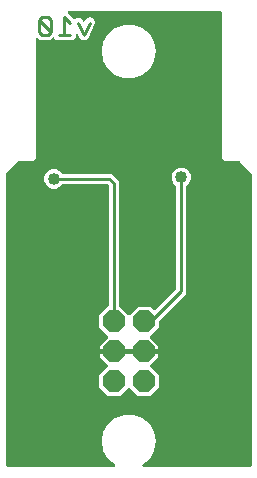
<source format=gbr>
G04 EAGLE Gerber RS-274X export*
G75*
%MOMM*%
%FSLAX34Y34*%
%LPD*%
%INBottom Copper*%
%IPPOS*%
%AMOC8*
5,1,8,0,0,1.08239X$1,22.5*%
G01*
%ADD10C,0.279400*%
%ADD11P,2.034460X8X292.500000*%
%ADD12C,1.016000*%
%ADD13C,0.254000*%

G36*
X95490Y4075D02*
X95490Y4075D01*
X95564Y4075D01*
X95630Y4095D01*
X95699Y4105D01*
X95766Y4135D01*
X95836Y4155D01*
X95895Y4192D01*
X95958Y4221D01*
X96014Y4268D01*
X96076Y4308D01*
X96122Y4360D01*
X96175Y4404D01*
X96216Y4466D01*
X96265Y4521D01*
X96294Y4583D01*
X96333Y4641D01*
X96355Y4711D01*
X96386Y4778D01*
X96398Y4846D01*
X96418Y4912D01*
X96420Y4986D01*
X96432Y5058D01*
X96424Y5127D01*
X96426Y5196D01*
X96407Y5267D01*
X96398Y5341D01*
X96371Y5404D01*
X96354Y5471D01*
X96316Y5535D01*
X96288Y5602D01*
X96249Y5647D01*
X96209Y5716D01*
X96119Y5800D01*
X96070Y5858D01*
X90365Y10644D01*
X86379Y17549D01*
X84995Y25400D01*
X86379Y33251D01*
X90365Y40155D01*
X96472Y45280D01*
X103964Y48007D01*
X111936Y48007D01*
X119428Y45280D01*
X125535Y40156D01*
X129521Y33251D01*
X130905Y25400D01*
X129521Y17549D01*
X125535Y10645D01*
X119830Y5858D01*
X119781Y5803D01*
X119725Y5755D01*
X119686Y5698D01*
X119640Y5646D01*
X119608Y5580D01*
X119567Y5519D01*
X119546Y5453D01*
X119516Y5390D01*
X119504Y5318D01*
X119482Y5248D01*
X119480Y5179D01*
X119468Y5110D01*
X119476Y5037D01*
X119474Y4964D01*
X119492Y4897D01*
X119499Y4828D01*
X119527Y4760D01*
X119546Y4689D01*
X119581Y4629D01*
X119608Y4565D01*
X119654Y4507D01*
X119691Y4444D01*
X119742Y4397D01*
X119785Y4343D01*
X119845Y4300D01*
X119899Y4250D01*
X119960Y4218D01*
X120017Y4178D01*
X120086Y4154D01*
X120152Y4120D01*
X120210Y4110D01*
X120285Y4084D01*
X120407Y4077D01*
X120483Y4065D01*
X210820Y4065D01*
X210878Y4073D01*
X210936Y4071D01*
X211018Y4093D01*
X211102Y4105D01*
X211155Y4128D01*
X211211Y4143D01*
X211284Y4186D01*
X211361Y4221D01*
X211406Y4259D01*
X211456Y4288D01*
X211514Y4350D01*
X211578Y4404D01*
X211610Y4453D01*
X211650Y4496D01*
X211689Y4571D01*
X211736Y4641D01*
X211753Y4697D01*
X211780Y4749D01*
X211791Y4817D01*
X211821Y4912D01*
X211824Y5012D01*
X211835Y5080D01*
X211835Y251896D01*
X211823Y251982D01*
X211820Y252070D01*
X211803Y252122D01*
X211795Y252177D01*
X211760Y252257D01*
X211733Y252340D01*
X211705Y252380D01*
X211679Y252437D01*
X211583Y252550D01*
X211538Y252614D01*
X201814Y262338D01*
X201744Y262390D01*
X201680Y262450D01*
X201631Y262476D01*
X201586Y262509D01*
X201505Y262540D01*
X201427Y262580D01*
X201379Y262588D01*
X201321Y262610D01*
X201173Y262622D01*
X201096Y262635D01*
X188816Y262635D01*
X186435Y265016D01*
X186435Y388620D01*
X186427Y388678D01*
X186429Y388736D01*
X186407Y388818D01*
X186395Y388902D01*
X186372Y388955D01*
X186357Y389011D01*
X186314Y389084D01*
X186279Y389161D01*
X186241Y389206D01*
X186212Y389256D01*
X186150Y389314D01*
X186096Y389378D01*
X186047Y389410D01*
X186004Y389450D01*
X185929Y389489D01*
X185859Y389536D01*
X185803Y389553D01*
X185751Y389580D01*
X185683Y389591D01*
X185588Y389621D01*
X185488Y389624D01*
X185420Y389635D01*
X57231Y389635D01*
X57202Y389631D01*
X57172Y389634D01*
X57061Y389611D01*
X56949Y389595D01*
X56922Y389583D01*
X56894Y389578D01*
X56793Y389526D01*
X56690Y389479D01*
X56667Y389460D01*
X56641Y389447D01*
X56559Y389369D01*
X56473Y389296D01*
X56456Y389271D01*
X56435Y389251D01*
X56378Y389153D01*
X56315Y389059D01*
X56306Y389031D01*
X56291Y389006D01*
X56264Y388896D01*
X56229Y388788D01*
X56229Y388758D01*
X56221Y388730D01*
X56225Y388617D01*
X56222Y388504D01*
X56229Y388475D01*
X56230Y388446D01*
X56265Y388338D01*
X56294Y388229D01*
X56309Y388203D01*
X56318Y388175D01*
X56363Y388112D01*
X56439Y387984D01*
X56485Y387941D01*
X56513Y387902D01*
X60916Y383499D01*
X60946Y383476D01*
X60971Y383448D01*
X61059Y383391D01*
X61143Y383328D01*
X61178Y383315D01*
X61210Y383294D01*
X61311Y383264D01*
X61409Y383227D01*
X61446Y383224D01*
X61483Y383213D01*
X61588Y383212D01*
X61692Y383203D01*
X61729Y383211D01*
X61767Y383210D01*
X61842Y383233D01*
X61971Y383259D01*
X62035Y383293D01*
X62088Y383309D01*
X64463Y384496D01*
X67957Y383331D01*
X68895Y381454D01*
X68952Y381372D01*
X69001Y381286D01*
X69032Y381256D01*
X69057Y381220D01*
X69134Y381157D01*
X69206Y381088D01*
X69243Y381067D01*
X69277Y381040D01*
X69369Y381001D01*
X69456Y380954D01*
X69499Y380945D01*
X69538Y380928D01*
X69637Y380916D01*
X69735Y380895D01*
X69777Y380898D01*
X69820Y380893D01*
X69919Y380909D01*
X70018Y380916D01*
X70059Y380931D01*
X70101Y380937D01*
X70191Y380980D01*
X70285Y381014D01*
X70319Y381040D01*
X70359Y381058D01*
X70433Y381124D01*
X70514Y381183D01*
X70536Y381214D01*
X70572Y381245D01*
X70670Y381397D01*
X70711Y381454D01*
X71650Y383331D01*
X75144Y384496D01*
X78438Y382849D01*
X79603Y379355D01*
X73953Y368056D01*
X73927Y367977D01*
X73898Y367923D01*
X73439Y366544D01*
X73420Y366535D01*
X73407Y366526D01*
X73392Y366520D01*
X73290Y366445D01*
X73186Y366373D01*
X73176Y366361D01*
X73163Y366352D01*
X73123Y366296D01*
X73006Y366153D01*
X72987Y366110D01*
X72966Y366081D01*
X72956Y366062D01*
X71578Y365602D01*
X71503Y365565D01*
X71445Y365547D01*
X70145Y364897D01*
X70124Y364904D01*
X70109Y364907D01*
X70095Y364913D01*
X69970Y364932D01*
X69845Y364955D01*
X69829Y364953D01*
X69814Y364956D01*
X69746Y364945D01*
X69562Y364927D01*
X69519Y364910D01*
X69482Y364904D01*
X69462Y364897D01*
X68162Y365547D01*
X68083Y365574D01*
X68029Y365602D01*
X66651Y366062D01*
X66641Y366081D01*
X66632Y366093D01*
X66627Y366108D01*
X66552Y366210D01*
X66480Y366315D01*
X66468Y366325D01*
X66458Y366337D01*
X66403Y366377D01*
X66260Y366495D01*
X66217Y366513D01*
X66187Y366535D01*
X66168Y366544D01*
X65709Y367923D01*
X65671Y367998D01*
X65653Y368056D01*
X64800Y369762D01*
X64772Y369803D01*
X64752Y369849D01*
X64692Y369920D01*
X64639Y369996D01*
X64600Y370028D01*
X64568Y370066D01*
X64491Y370117D01*
X64419Y370176D01*
X64373Y370196D01*
X64331Y370223D01*
X64243Y370251D01*
X64158Y370288D01*
X64108Y370294D01*
X64060Y370309D01*
X63968Y370312D01*
X63876Y370323D01*
X63826Y370315D01*
X63776Y370316D01*
X63686Y370293D01*
X63595Y370279D01*
X63549Y370257D01*
X63501Y370245D01*
X63421Y370197D01*
X63337Y370158D01*
X63300Y370125D01*
X63257Y370099D01*
X63193Y370032D01*
X63123Y369971D01*
X63096Y369929D01*
X63062Y369892D01*
X63020Y369810D01*
X62970Y369732D01*
X62955Y369683D01*
X62933Y369639D01*
X62921Y369566D01*
X62888Y369459D01*
X62888Y369371D01*
X62877Y369308D01*
X62877Y367855D01*
X60273Y365251D01*
X46591Y365251D01*
X44714Y367128D01*
X44667Y367163D01*
X44627Y367206D01*
X44554Y367248D01*
X44487Y367299D01*
X44432Y367320D01*
X44382Y367349D01*
X44300Y367370D01*
X44221Y367400D01*
X44163Y367405D01*
X44106Y367419D01*
X44022Y367417D01*
X43938Y367424D01*
X43881Y367412D01*
X43822Y367410D01*
X43742Y367384D01*
X43659Y367368D01*
X43607Y367341D01*
X43552Y367323D01*
X43495Y367283D01*
X43407Y367237D01*
X43335Y367168D01*
X43278Y367128D01*
X41402Y365251D01*
X32719Y365251D01*
X31198Y366772D01*
X31174Y366790D01*
X31155Y366812D01*
X31061Y366875D01*
X30971Y366943D01*
X30943Y366954D01*
X30919Y366970D01*
X30811Y367004D01*
X30705Y367045D01*
X30676Y367047D01*
X30648Y367056D01*
X30534Y367059D01*
X30422Y367068D01*
X30393Y367062D01*
X30364Y367063D01*
X30254Y367034D01*
X30143Y367012D01*
X30117Y366999D01*
X30089Y366991D01*
X29991Y366933D01*
X29891Y366881D01*
X29869Y366861D01*
X29844Y366846D01*
X29767Y366763D01*
X29685Y366685D01*
X29670Y366660D01*
X29650Y366639D01*
X29598Y366538D01*
X29541Y366440D01*
X29534Y366412D01*
X29520Y366386D01*
X29507Y366308D01*
X29471Y366165D01*
X29473Y366102D01*
X29465Y366055D01*
X29465Y265016D01*
X27084Y262635D01*
X14804Y262635D01*
X14718Y262623D01*
X14630Y262620D01*
X14578Y262603D01*
X14523Y262595D01*
X14443Y262560D01*
X14360Y262533D01*
X14320Y262505D01*
X14263Y262479D01*
X14150Y262383D01*
X14086Y262338D01*
X4362Y252614D01*
X4310Y252544D01*
X4250Y252480D01*
X4224Y252431D01*
X4191Y252386D01*
X4160Y252305D01*
X4120Y252227D01*
X4112Y252179D01*
X4090Y252121D01*
X4078Y251973D01*
X4065Y251896D01*
X4065Y5080D01*
X4073Y5022D01*
X4071Y4964D01*
X4093Y4882D01*
X4105Y4798D01*
X4128Y4745D01*
X4143Y4689D01*
X4186Y4616D01*
X4221Y4539D01*
X4259Y4494D01*
X4288Y4444D01*
X4350Y4386D01*
X4404Y4322D01*
X4453Y4290D01*
X4496Y4250D01*
X4571Y4211D01*
X4641Y4164D01*
X4697Y4147D01*
X4749Y4120D01*
X4817Y4109D01*
X4912Y4079D01*
X5012Y4076D01*
X5080Y4065D01*
X95417Y4065D01*
X95490Y4075D01*
G37*
%LPC*%
G36*
X90094Y63753D02*
X90094Y63753D01*
X82803Y71044D01*
X82803Y81356D01*
X89989Y88541D01*
X90024Y88588D01*
X90067Y88628D01*
X90109Y88701D01*
X90160Y88769D01*
X90181Y88823D01*
X90210Y88874D01*
X90231Y88955D01*
X90261Y89034D01*
X90266Y89093D01*
X90280Y89149D01*
X90278Y89233D01*
X90285Y89318D01*
X90273Y89375D01*
X90271Y89433D01*
X90245Y89514D01*
X90229Y89596D01*
X90202Y89648D01*
X90184Y89704D01*
X90144Y89760D01*
X90098Y89849D01*
X90029Y89921D01*
X89989Y89977D01*
X83311Y96655D01*
X83311Y99569D01*
X94234Y99569D01*
X94292Y99577D01*
X94350Y99575D01*
X94432Y99597D01*
X94515Y99609D01*
X94569Y99633D01*
X94625Y99647D01*
X94698Y99690D01*
X94775Y99725D01*
X94819Y99763D01*
X94870Y99793D01*
X94927Y99854D01*
X94992Y99909D01*
X95024Y99957D01*
X95064Y100000D01*
X95103Y100075D01*
X95149Y100145D01*
X95167Y100201D01*
X95194Y100253D01*
X95205Y100321D01*
X95235Y100416D01*
X95238Y100516D01*
X95249Y100584D01*
X95249Y102616D01*
X95241Y102674D01*
X95242Y102732D01*
X95221Y102814D01*
X95209Y102897D01*
X95185Y102951D01*
X95171Y103007D01*
X95128Y103080D01*
X95093Y103157D01*
X95055Y103202D01*
X95025Y103252D01*
X94964Y103310D01*
X94909Y103374D01*
X94861Y103406D01*
X94818Y103446D01*
X94743Y103485D01*
X94673Y103531D01*
X94617Y103549D01*
X94565Y103576D01*
X94497Y103587D01*
X94402Y103617D01*
X94302Y103620D01*
X94234Y103631D01*
X83311Y103631D01*
X83311Y106545D01*
X89989Y113223D01*
X90024Y113270D01*
X90067Y113310D01*
X90109Y113383D01*
X90160Y113450D01*
X90181Y113505D01*
X90210Y113555D01*
X90231Y113637D01*
X90261Y113716D01*
X90266Y113774D01*
X90280Y113831D01*
X90278Y113915D01*
X90285Y113999D01*
X90273Y114056D01*
X90271Y114115D01*
X90245Y114195D01*
X90229Y114278D01*
X90202Y114330D01*
X90184Y114385D01*
X90144Y114442D01*
X90098Y114530D01*
X90029Y114602D01*
X89989Y114659D01*
X82803Y121844D01*
X82803Y132156D01*
X90124Y139476D01*
X90198Y139487D01*
X90251Y139510D01*
X90307Y139525D01*
X90380Y139568D01*
X90457Y139603D01*
X90502Y139641D01*
X90552Y139670D01*
X90610Y139732D01*
X90674Y139786D01*
X90706Y139835D01*
X90746Y139878D01*
X90785Y139953D01*
X90832Y140023D01*
X90849Y140079D01*
X90876Y140131D01*
X90887Y140199D01*
X90917Y140294D01*
X90920Y140394D01*
X90931Y140462D01*
X90931Y241631D01*
X90921Y241705D01*
X90922Y241750D01*
X90917Y241767D01*
X90916Y241805D01*
X90899Y241857D01*
X90891Y241912D01*
X90863Y241976D01*
X90850Y242025D01*
X90839Y242043D01*
X90829Y242075D01*
X90801Y242114D01*
X90775Y242171D01*
X90734Y242220D01*
X90705Y242269D01*
X90661Y242310D01*
X90634Y242348D01*
X89948Y243034D01*
X89879Y243086D01*
X89815Y243146D01*
X89765Y243172D01*
X89721Y243205D01*
X89640Y243236D01*
X89562Y243276D01*
X89514Y243284D01*
X89456Y243306D01*
X89308Y243318D01*
X89231Y243331D01*
X52048Y243331D01*
X51961Y243319D01*
X51874Y243316D01*
X51821Y243299D01*
X51766Y243291D01*
X51686Y243256D01*
X51603Y243229D01*
X51564Y243201D01*
X51507Y243175D01*
X51393Y243079D01*
X51330Y243034D01*
X49055Y240759D01*
X46067Y239521D01*
X42833Y239521D01*
X39845Y240759D01*
X37559Y243045D01*
X36321Y246033D01*
X36321Y249267D01*
X37559Y252255D01*
X39845Y254541D01*
X42833Y255779D01*
X46067Y255779D01*
X49055Y254541D01*
X51330Y252266D01*
X51399Y252214D01*
X51463Y252154D01*
X51513Y252128D01*
X51557Y252095D01*
X51639Y252064D01*
X51717Y252024D01*
X51764Y252016D01*
X51823Y251994D01*
X51970Y251982D01*
X52048Y251969D01*
X93229Y251969D01*
X99569Y245629D01*
X99569Y140462D01*
X99577Y140404D01*
X99575Y140346D01*
X99597Y140264D01*
X99609Y140180D01*
X99632Y140127D01*
X99647Y140071D01*
X99690Y139998D01*
X99725Y139921D01*
X99763Y139876D01*
X99792Y139826D01*
X99854Y139768D01*
X99908Y139704D01*
X99957Y139672D01*
X100000Y139632D01*
X100075Y139593D01*
X100145Y139546D01*
X100201Y139529D01*
X100253Y139502D01*
X100321Y139491D01*
X100380Y139472D01*
X107232Y132620D01*
X107279Y132585D01*
X107319Y132543D01*
X107392Y132500D01*
X107459Y132449D01*
X107514Y132429D01*
X107564Y132399D01*
X107646Y132378D01*
X107725Y132348D01*
X107783Y132343D01*
X107840Y132329D01*
X107924Y132332D01*
X108008Y132325D01*
X108066Y132336D01*
X108124Y132338D01*
X108204Y132364D01*
X108287Y132380D01*
X108339Y132407D01*
X108395Y132425D01*
X108451Y132465D01*
X108539Y132511D01*
X108612Y132580D01*
X108668Y132620D01*
X115494Y139447D01*
X125806Y139447D01*
X128854Y136398D01*
X128901Y136363D01*
X128941Y136320D01*
X129014Y136278D01*
X129082Y136227D01*
X129136Y136206D01*
X129187Y136177D01*
X129268Y136156D01*
X129347Y136126D01*
X129406Y136121D01*
X129462Y136106D01*
X129547Y136109D01*
X129631Y136102D01*
X129688Y136114D01*
X129746Y136116D01*
X129827Y136141D01*
X129909Y136158D01*
X129961Y136185D01*
X130017Y136203D01*
X130073Y136243D01*
X130162Y136289D01*
X130234Y136358D01*
X130290Y136398D01*
X147784Y153892D01*
X147836Y153961D01*
X147896Y154025D01*
X147922Y154075D01*
X147955Y154119D01*
X147986Y154200D01*
X148026Y154278D01*
X148034Y154326D01*
X148056Y154384D01*
X148068Y154532D01*
X148081Y154609D01*
X148081Y241322D01*
X148069Y241409D01*
X148066Y241496D01*
X148049Y241549D01*
X148041Y241604D01*
X148006Y241684D01*
X147979Y241767D01*
X147951Y241806D01*
X147925Y241863D01*
X147829Y241977D01*
X147784Y242040D01*
X145509Y244315D01*
X144271Y247303D01*
X144271Y250537D01*
X145509Y253525D01*
X147795Y255811D01*
X150783Y257049D01*
X154017Y257049D01*
X157005Y255811D01*
X159291Y253525D01*
X160529Y250537D01*
X160529Y247303D01*
X159291Y244315D01*
X157016Y242040D01*
X156964Y241971D01*
X156904Y241907D01*
X156878Y241857D01*
X156845Y241813D01*
X156814Y241731D01*
X156774Y241653D01*
X156766Y241606D01*
X156744Y241547D01*
X156732Y241400D01*
X156719Y241322D01*
X156719Y150611D01*
X133394Y127286D01*
X133342Y127217D01*
X133282Y127153D01*
X133256Y127103D01*
X133223Y127059D01*
X133192Y126978D01*
X133152Y126900D01*
X133144Y126852D01*
X133122Y126794D01*
X133110Y126646D01*
X133097Y126569D01*
X133097Y121844D01*
X125911Y114659D01*
X125876Y114612D01*
X125833Y114572D01*
X125791Y114499D01*
X125740Y114432D01*
X125719Y114377D01*
X125690Y114326D01*
X125669Y114245D01*
X125639Y114166D01*
X125634Y114107D01*
X125620Y114051D01*
X125622Y113967D01*
X125615Y113883D01*
X125627Y113825D01*
X125629Y113767D01*
X125655Y113687D01*
X125671Y113604D01*
X125698Y113552D01*
X125716Y113496D01*
X125756Y113440D01*
X125802Y113351D01*
X125871Y113279D01*
X125911Y113223D01*
X132589Y106545D01*
X132589Y103631D01*
X121666Y103631D01*
X121608Y103623D01*
X121550Y103625D01*
X121468Y103603D01*
X121385Y103591D01*
X121331Y103567D01*
X121275Y103553D01*
X121202Y103510D01*
X121125Y103475D01*
X121081Y103437D01*
X121030Y103407D01*
X120973Y103346D01*
X120908Y103291D01*
X120876Y103243D01*
X120836Y103200D01*
X120797Y103125D01*
X120751Y103055D01*
X120733Y102999D01*
X120706Y102947D01*
X120695Y102879D01*
X120665Y102784D01*
X120662Y102684D01*
X120651Y102616D01*
X120651Y100584D01*
X120659Y100526D01*
X120658Y100468D01*
X120679Y100386D01*
X120691Y100303D01*
X120715Y100249D01*
X120729Y100193D01*
X120772Y100120D01*
X120807Y100043D01*
X120845Y99998D01*
X120875Y99948D01*
X120936Y99890D01*
X120991Y99826D01*
X121039Y99794D01*
X121082Y99754D01*
X121157Y99715D01*
X121227Y99669D01*
X121283Y99651D01*
X121335Y99624D01*
X121403Y99613D01*
X121498Y99583D01*
X121598Y99580D01*
X121666Y99569D01*
X132589Y99569D01*
X132589Y96655D01*
X125911Y89977D01*
X125876Y89930D01*
X125833Y89890D01*
X125791Y89817D01*
X125740Y89750D01*
X125719Y89695D01*
X125690Y89645D01*
X125669Y89563D01*
X125639Y89484D01*
X125634Y89426D01*
X125620Y89369D01*
X125622Y89285D01*
X125615Y89201D01*
X125627Y89144D01*
X125629Y89085D01*
X125655Y89005D01*
X125671Y88922D01*
X125698Y88870D01*
X125716Y88815D01*
X125756Y88758D01*
X125802Y88670D01*
X125871Y88598D01*
X125911Y88541D01*
X133097Y81356D01*
X133097Y71044D01*
X125806Y63753D01*
X115494Y63753D01*
X108668Y70580D01*
X108621Y70615D01*
X108581Y70657D01*
X108508Y70700D01*
X108441Y70751D01*
X108386Y70771D01*
X108336Y70801D01*
X108254Y70822D01*
X108175Y70852D01*
X108117Y70857D01*
X108060Y70871D01*
X107976Y70868D01*
X107892Y70875D01*
X107834Y70864D01*
X107776Y70862D01*
X107696Y70836D01*
X107613Y70820D01*
X107561Y70793D01*
X107505Y70775D01*
X107449Y70735D01*
X107361Y70689D01*
X107288Y70620D01*
X107232Y70580D01*
X100406Y63753D01*
X90094Y63753D01*
G37*
%LPD*%
%LPC*%
G36*
X103964Y332993D02*
X103964Y332993D01*
X96472Y335720D01*
X90365Y340844D01*
X86379Y347749D01*
X84995Y355600D01*
X86379Y363451D01*
X90365Y370355D01*
X96472Y375480D01*
X103964Y378207D01*
X111936Y378207D01*
X119428Y375480D01*
X125535Y370356D01*
X129521Y363451D01*
X130905Y355600D01*
X129521Y347749D01*
X125535Y340845D01*
X119428Y335720D01*
X111936Y332993D01*
X103964Y332993D01*
G37*
%LPD*%
G36*
X119692Y99577D02*
X119692Y99577D01*
X119750Y99575D01*
X119832Y99597D01*
X119915Y99609D01*
X119969Y99633D01*
X120025Y99647D01*
X120098Y99690D01*
X120175Y99725D01*
X120219Y99763D01*
X120270Y99793D01*
X120327Y99854D01*
X120392Y99909D01*
X120424Y99957D01*
X120464Y100000D01*
X120503Y100075D01*
X120549Y100145D01*
X120567Y100201D01*
X120594Y100253D01*
X120605Y100321D01*
X120635Y100416D01*
X120638Y100516D01*
X120649Y100584D01*
X120649Y102616D01*
X120641Y102674D01*
X120642Y102732D01*
X120621Y102814D01*
X120609Y102897D01*
X120585Y102951D01*
X120571Y103007D01*
X120528Y103080D01*
X120493Y103157D01*
X120455Y103202D01*
X120425Y103252D01*
X120364Y103310D01*
X120309Y103374D01*
X120261Y103406D01*
X120218Y103446D01*
X120143Y103485D01*
X120073Y103531D01*
X120017Y103549D01*
X119965Y103576D01*
X119897Y103587D01*
X119802Y103617D01*
X119702Y103620D01*
X119634Y103631D01*
X96266Y103631D01*
X96208Y103623D01*
X96150Y103625D01*
X96068Y103603D01*
X95985Y103591D01*
X95931Y103567D01*
X95875Y103553D01*
X95802Y103510D01*
X95725Y103475D01*
X95681Y103437D01*
X95630Y103407D01*
X95573Y103346D01*
X95508Y103291D01*
X95476Y103243D01*
X95436Y103200D01*
X95397Y103125D01*
X95351Y103055D01*
X95333Y102999D01*
X95306Y102947D01*
X95295Y102879D01*
X95265Y102784D01*
X95262Y102684D01*
X95251Y102616D01*
X95251Y100584D01*
X95259Y100526D01*
X95258Y100468D01*
X95279Y100386D01*
X95291Y100303D01*
X95315Y100249D01*
X95329Y100193D01*
X95372Y100120D01*
X95407Y100043D01*
X95445Y99998D01*
X95475Y99948D01*
X95536Y99890D01*
X95591Y99826D01*
X95639Y99794D01*
X95682Y99754D01*
X95757Y99715D01*
X95827Y99669D01*
X95883Y99651D01*
X95935Y99624D01*
X96003Y99613D01*
X96098Y99583D01*
X96198Y99580D01*
X96266Y99569D01*
X119634Y99569D01*
X119692Y99577D01*
G37*
D10*
X74803Y379696D02*
X69803Y369697D01*
X64804Y379696D01*
X58431Y379696D02*
X53432Y384696D01*
X53432Y369697D01*
X58431Y369697D02*
X48432Y369697D01*
X42060Y372197D02*
X42060Y382196D01*
X39560Y384696D01*
X34560Y384696D01*
X32061Y382196D01*
X32061Y372197D01*
X34560Y369697D01*
X39560Y369697D01*
X42060Y372197D01*
X32061Y382196D01*
D11*
X95250Y127000D03*
X120650Y127000D03*
X95250Y101600D03*
X120650Y101600D03*
X95250Y76200D03*
X120650Y76200D03*
D12*
X33020Y254000D03*
X76200Y139700D03*
X81280Y165100D03*
X114300Y241300D03*
X191770Y134620D03*
X199390Y172720D03*
X44450Y247650D03*
D13*
X91440Y247650D01*
X95250Y243840D01*
X95250Y127000D01*
D12*
X152400Y248920D03*
D13*
X152400Y152400D01*
X127000Y127000D01*
X120650Y127000D01*
M02*

</source>
